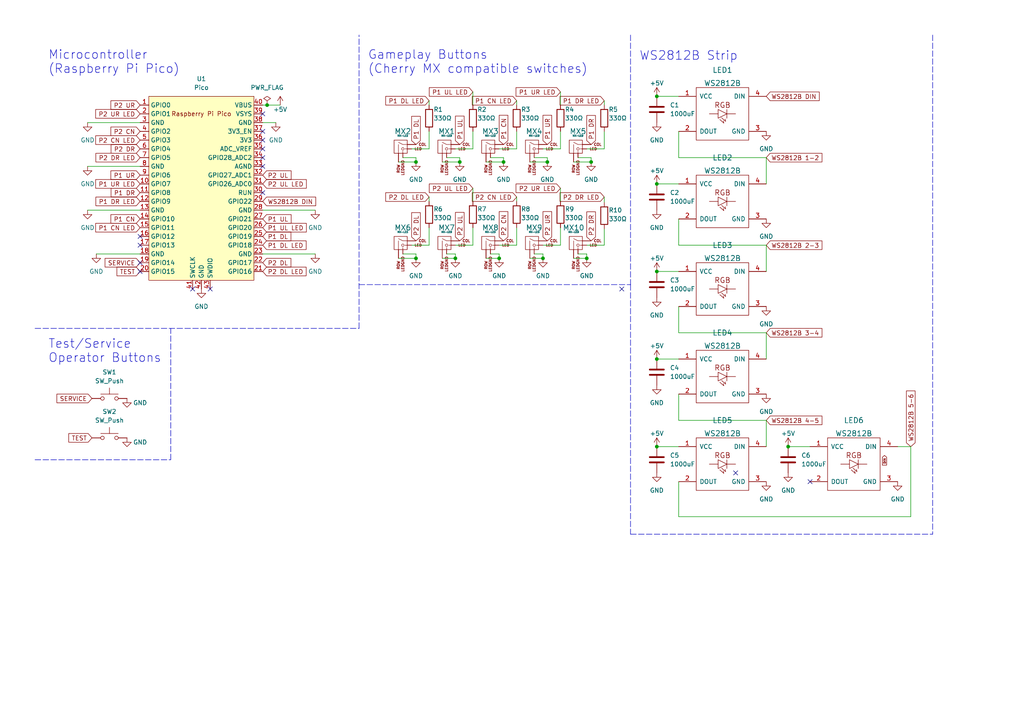
<source format=kicad_sch>
(kicad_sch (version 20211123) (generator eeschema)
  (paper "A4")
  (lib_symbols
    (symbol "Device:C" (pin_numbers hide) (pin_names (offset 0.254))
      (property "Reference" "C" (at 0.635 2.54 0))
      (property "Value" "C" (at 0.635 -2.54 0))
      (symbol "C_0_1"
        (polyline (pts (xy -2.032 -0.762) (xy 2.032 -0.762)) (stroke (width 0.508)))
        (polyline (pts (xy -2.032 0.762) (xy 2.032 0.762)) (stroke (width 0.508)))
      )
      (symbol "C_1_1"
        (pin passive line (at 0 3.81 270) (length 2.794) (name "~") (number "1"))
        (pin passive line (at 0 -3.81 90) (length 2.794) (name "~") (number "2"))
      )
    )
    (symbol "Device:R" (pin_numbers hide) (pin_names (offset 0))
      (property "Reference" "R" (at 2.032 0 90))
      (property "Value" "R" (at 0 0 90))
      (symbol "R_0_1"
        (rectangle (start -1.016 -2.54) (end 1.016 2.54) (stroke (width 0.254)))
      )
      (symbol "R_1_1"
        (pin passive line (at 0 3.81 270) (length 1.27) (name "~") (number "1"))
        (pin passive line (at 0 -3.81 90) (length 1.27) (name "~") (number "2"))
      )
    )
    (symbol "MCU_RaspberryPi_and_Boards:Pico"
      (property "Reference" "U" (at -13.97 27.94 0))
      (property "Value" "Pico" (at 0 19.05 0))
      (symbol "Pico_0_0"
        (text "Raspberry Pi Pico" (at 0 21.59 0) (effects (font (size 1.27 1.27))))
      )
      (symbol "Pico_0_1"
        (rectangle (start -15.24 26.67) (end 15.24 -26.67) (fill (type background)))
      )
      (symbol "Pico_1_1"
        (pin bidirectional line (at -17.78 24.13 0) (length 2.54) (name "GPIO0") (number "1"))
        (pin bidirectional line (at -17.78 1.27 0) (length 2.54) (name "GPIO7") (number "10"))
        (pin bidirectional line (at -17.78 -1.27 0) (length 2.54) (name "GPIO8") (number "11"))
        (pin bidirectional line (at -17.78 -3.81 0) (length 2.54) (name "GPIO9") (number "12"))
        (pin power_in line (at -17.78 -6.35 0) (length 2.54) (name "GND") (number "13"))
        (pin bidirectional line (at -17.78 -8.89 0) (length 2.54) (name "GPIO10") (number "14"))
        (pin bidirectional line (at -17.78 -11.43 0) (length 2.54) (name "GPIO11") (number "15"))
        (pin bidirectional line (at -17.78 -13.97 0) (length 2.54) (name "GPIO12") (number "16"))
        (pin bidirectional line (at -17.78 -16.51 0) (length 2.54) (name "GPIO13") (number "17"))
        (pin power_in line (at -17.78 -19.05 0) (length 2.54) (name "GND") (number "18"))
        (pin bidirectional line (at -17.78 -21.59 0) (length 2.54) (name "GPIO14") (number "19"))
        (pin bidirectional line (at -17.78 21.59 0) (length 2.54) (name "GPIO1") (number "2"))
        (pin bidirectional line (at -17.78 -24.13 0) (length 2.54) (name "GPIO15") (number "20"))
        (pin bidirectional line (at 17.78 -24.13 180) (length 2.54) (name "GPIO16") (number "21"))
        (pin bidirectional line (at 17.78 -21.59 180) (length 2.54) (name "GPIO17") (number "22"))
        (pin power_in line (at 17.78 -19.05 180) (length 2.54) (name "GND") (number "23"))
        (pin bidirectional line (at 17.78 -16.51 180) (length 2.54) (name "GPIO18") (number "24"))
        (pin bidirectional line (at 17.78 -13.97 180) (length 2.54) (name "GPIO19") (number "25"))
        (pin bidirectional line (at 17.78 -11.43 180) (length 2.54) (name "GPIO20") (number "26"))
        (pin bidirectional line (at 17.78 -8.89 180) (length 2.54) (name "GPIO21") (number "27"))
        (pin power_in line (at 17.78 -6.35 180) (length 2.54) (name "GND") (number "28"))
        (pin bidirectional line (at 17.78 -3.81 180) (length 2.54) (name "GPIO22") (number "29"))
        (pin power_in line (at -17.78 19.05 0) (length 2.54) (name "GND") (number "3"))
        (pin input line (at 17.78 -1.27 180) (length 2.54) (name "RUN") (number "30"))
        (pin bidirectional line (at 17.78 1.27 180) (length 2.54) (name "GPIO26_ADC0") (number "31"))
        (pin bidirectional line (at 17.78 3.81 180) (length 2.54) (name "GPIO27_ADC1") (number "32"))
        (pin power_in line (at 17.78 6.35 180) (length 2.54) (name "AGND") (number "33"))
        (pin bidirectional line (at 17.78 8.89 180) (length 2.54) (name "GPIO28_ADC2") (number "34"))
        (pin power_in line (at 17.78 11.43 180) (length 2.54) (name "ADC_VREF") (number "35"))
        (pin power_in line (at 17.78 13.97 180) (length 2.54) (name "3V3") (number "36"))
        (pin input line (at 17.78 16.51 180) (length 2.54) (name "3V3_EN") (number "37"))
        (pin bidirectional line (at 17.78 19.05 180) (length 2.54) (name "GND") (number "38"))
        (pin power_in line (at 17.78 21.59 180) (length 2.54) (name "VSYS") (number "39"))
        (pin bidirectional line (at -17.78 16.51 0) (length 2.54) (name "GPIO2") (number "4"))
        (pin power_in line (at 17.78 24.13 180) (length 2.54) (name "VBUS") (number "40"))
        (pin input line (at -2.54 -29.21 90) (length 2.54) (name "SWCLK") (number "41"))
        (pin power_in line (at 0 -29.21 90) (length 2.54) (name "GND") (number "42"))
        (pin bidirectional line (at 2.54 -29.21 90) (length 2.54) (name "SWDIO") (number "43"))
        (pin bidirectional line (at -17.78 13.97 0) (length 2.54) (name "GPIO3") (number "5"))
        (pin bidirectional line (at -17.78 11.43 0) (length 2.54) (name "GPIO4") (number "6"))
        (pin bidirectional line (at -17.78 8.89 0) (length 2.54) (name "GPIO5") (number "7"))
        (pin power_in line (at -17.78 6.35 0) (length 2.54) (name "GND") (number "8"))
        (pin bidirectional line (at -17.78 3.81 0) (length 2.54) (name "GPIO6") (number "9"))
      )
    )
    (symbol "MX_Alps_Hybrid:MX-LED" (pin_names (offset 1.016))
      (property "Reference" "MX" (at -0.635 3.81 0))
      (property "Value" "MX-LED" (at -0.635 1.27 0))
      (symbol "MX-LED_0_0"
        (rectangle (start -2.54 2.54) (end 1.27 -1.27))
        (polyline (pts (xy -1.27 -1.27) (xy -1.27 1.27)) (stroke (width 0.127)))
        (polyline (pts (xy 0 -1.27) (xy 0 -0.635)) (stroke (width 0.127)))
        (polyline (pts (xy 1.27 0) (xy 0.635 0)) (stroke (width 0.127)))
        (polyline (pts (xy 1.27 1.27) (xy 0 1.27) (xy -1.27 1.905)) (stroke (width 0.127)))
        (circle (center 0 0) (radius 0.3556) (stroke (width 0.127)))
        (text "COL" (at 5.715 1.27 0) (effects (font (size 0.762 0.762))))
        (text "LED" (at 4.445 0 0) (effects (font (size 0.762 0.762))))
        (text "ROW" (at -1.27 -4.445 900) (effects (font (size 0.762 0.762)) (justify right)))
      )
      (symbol "MX-LED_1_0"
        (text "LEDGND" (at 0 -3.175 900) (effects (font (size 0.762 0.762)) (justify right)))
      )
      (symbol "MX-LED_1_1"
        (pin passive line (at 3.81 1.27 180) (length 2.54) (name "COL") (number "1"))
        (pin passive line (at -1.27 -3.81 90) (length 2.54) (name "ROW") (number "2"))
        (pin input line (at 2.54 0 180) (length 1.27) (name "LED") (number "3"))
        (pin passive line (at 0 -2.54 90) (length 1.27) (name "LEDGND") (number "4"))
      )
    )
    (symbol "Switch:SW_Push" (pin_numbers hide) (pin_names (offset 1.016) hide)
      (property "Reference" "SW" (at 1.27 2.54 0))
      (property "Value" "SW_Push" (at 0 -1.524 0))
      (symbol "SW_Push_0_1"
        (circle (center -2.032 0) (radius 0.508))
        (polyline (pts (xy 0 1.27) (xy 0 3.048)))
        (polyline (pts (xy 2.54 1.27) (xy -2.54 1.27)))
        (circle (center 2.032 0) (radius 0.508))
        (pin passive line (at -5.08 0 0) (length 2.54) (name "1") (number "1"))
        (pin passive line (at 5.08 0 180) (length 2.54) (name "2") (number "2"))
      )
    )
    (symbol "power:+5V" (power) (pin_names (offset 0))
      (property "Value" "+5V" (at 0 3.556 0))
      (symbol "+5V_0_1"
        (polyline (pts (xy -0.762 1.27) (xy 0 2.54)))
        (polyline (pts (xy 0 0) (xy 0 2.54)))
        (polyline (pts (xy 0 2.54) (xy 0.762 1.27)))
      )
      (symbol "+5V_1_1"
        (pin power_in line (at 0 0 90) (length 0) hide (name "+5V") (number "1"))
      )
    )
    (symbol "power:GND" (power) (pin_names (offset 0))
      (property "Value" "GND" (at 0 -3.81 0))
      (symbol "GND_0_1"
        (polyline (pts (xy 0 0) (xy 0 -1.27) (xy 1.27 -1.27) (xy 0 -2.54) (xy -1.27 -1.27) (xy 0 -1.27)))
      )
      (symbol "GND_1_1"
        (pin power_in line (at 0 0 270) (length 0) hide (name "GND") (number "1"))
      )
    )
    (symbol "power:PWR_FLAG" (power) (pin_numbers hide) (pin_names (offset 0) hide)
      (property "Value" "PWR_FLAG" (at 0 3.81 0))
      (symbol "PWR_FLAG_0_0"
        (pin power_out line (at 0 0 90) (length 0) (name "pwr") (number "1"))
      )
      (symbol "PWR_FLAG_0_1"
        (polyline (pts (xy 0 0) (xy 0 1.27) (xy -1.016 1.905) (xy 0 2.54) (xy 1.016 1.905) (xy 0 1.27)))
      )
    )
    (symbol "ws2812b:WS2812B" (pin_names (offset 1.016))
      (property "Reference" "LED" (at 0 -10.16 0))
      (property "Value" "WS2812B" (at 0 10.16 0))
      (symbol "WS2812B_0_0"
        (polyline (pts (xy -1.27 0) (xy -3.81 0)))
        (polyline (pts (xy -0.254 -1.143) (xy 0.889 -2.159)))
        (polyline (pts (xy 0.381 -2.667) (xy -0.762 -1.651)))
        (polyline (pts (xy 0.381 -2.667) (xy 0.254 -2.032)))
        (polyline (pts (xy 0.889 -2.159) (xy 0.762 -1.524)))
        (polyline (pts (xy 1.27 0) (xy 3.81 0)))
        (text "RGB" (at 0 2.54 0) (effects (font (size 1.524 1.524))))
      )
      (symbol "WS2812B_0_1"
        (rectangle (start -7.62 7.62) (end 7.62 -7.62))
        (polyline (pts (xy 1.27 0) (xy -1.27 1.27) (xy -1.27 -1.27) (xy 1.27 0) (xy 1.27 0)))
        (rectangle (start 1.27 1.27) (end 1.27 -1.27))
      )
      (symbol "WS2812B_1_1"
        (pin power_in line (at -12.7 5.08 0) (length 5.0038) (name "VCC") (number "1"))
        (pin output line (at -12.7 -5.08 0) (length 5.0038) (name "DOUT") (number "2"))
        (pin power_in line (at 12.7 -5.08 180) (length 5.0038) (name "GND") (number "3"))
        (pin input line (at 12.7 5.08 180) (length 5.0038) (name "DIN") (number "4"))
      )
    )
  )
  (junction (at 144.78 74.93))
  (junction (at 120.65 74.93))
  (junction (at 133.35 46.99))
  (junction (at 146.05 46.99))
  (junction (at 190.5 78.74))
  (junction (at 170.18 74.93))
  (junction (at 171.45 46.99))
  (junction (at 190.5 53.34))
  (junction (at 190.5 27.94))
  (junction (at 157.48 74.93))
  (junction (at 120.65 46.99))
  (junction (at 190.5 129.54))
  (junction (at 77.47 30.48))
  (junction (at 190.5 104.14))
  (junction (at 228.6 129.54))
  (junction (at 158.75 46.99))
  (junction (at 132.08 74.93))
  (no_connect (at 76.2 40.64))
  (no_connect (at 180.34 83.82))
  (no_connect (at 234.95 139.7))
  (no_connect (at 213.36 137.16))
  (no_connect (at 76.2 33.02))
  (no_connect (at 76.2 38.1))
  (no_connect (at 76.2 43.18))
  (no_connect (at 76.2 45.72))
  (no_connect (at 76.2 55.88))
  (no_connect (at 60.96 83.82))
  (no_connect (at 40.64 71.12))
  (no_connect (at 40.64 76.2))
  (no_connect (at 40.64 78.74))
  (no_connect (at 55.88 83.82))
  (no_connect (at 40.64 68.58))
  (no_connect (at 76.2 48.26))
  (wire (pts (xy 137.16 43.18) (xy 137.16 38.1)))
  (wire (pts (xy 162.56 30.48) (xy 162.56 26.67)))
  (wire (pts (xy 175.26 71.12) (xy 175.26 66.352)))
  (wire (pts (xy 175.26 43.18) (xy 175.26 38.1)))
  (wire (pts (xy 228.6 129.54) (xy 234.95 129.54)))
  (wire (pts (xy 124.46 58.42) (xy 124.46 57.15)))
  (wire (pts (xy 196.85 71.12) (xy 222.25 71.12)))
  (wire (pts (xy 25.4 60.96) (xy 40.64 60.96)))
  (wire (pts (xy 157.48 73.66) (xy 157.48 74.93)))
  (wire (pts (xy 124.46 29.21) (xy 124.46 30.48)))
  (wire (pts (xy 190.5 129.54) (xy 196.85 129.54)))
  (wire (pts (xy 128.27 46.99) (xy 133.35 46.99)))
  (wire (pts (xy 142.24 45.72) (xy 146.05 45.72)))
  (polyline (pts (xy 49.53 133.35) (xy 49.53 95.25)))
  (wire (pts (xy 132.08 73.66) (xy 132.08 74.93)))
  (wire (pts (xy 153.67 74.93) (xy 157.48 74.93)))
  (wire (pts (xy 190.5 104.14) (xy 196.85 104.14)))
  (wire (pts (xy 190.5 53.34) (xy 196.85 53.34)))
  (wire (pts (xy 222.25 121.92) (xy 222.25 129.54)))
  (wire (pts (xy 170.18 73.66) (xy 170.18 74.93)))
  (wire (pts (xy 137.16 58.42) (xy 137.16 54.61)))
  (wire (pts (xy 166.37 46.99) (xy 171.45 46.99)))
  (wire (pts (xy 196.85 45.72) (xy 222.25 45.72)))
  (polyline (pts (xy 270.51 10.16) (xy 270.51 154.94)))
  (wire (pts (xy 140.97 46.99) (xy 146.05 46.99)))
  (polyline (pts (xy 104.14 95.25) (xy 104.14 10.16)))
  (wire (pts (xy 119.38 43.18) (xy 124.46 43.18)))
  (polyline (pts (xy 182.88 154.94) (xy 270.51 154.94)))
  (wire (pts (xy 76.2 35.56) (xy 80.01 35.56)))
  (wire (pts (xy 116.84 45.72) (xy 120.65 45.72)))
  (wire (pts (xy 140.97 74.93) (xy 144.78 74.93)))
  (wire (pts (xy 119.38 71.12) (xy 124.46 71.12)))
  (wire (pts (xy 167.64 45.72) (xy 171.45 45.72)))
  (wire (pts (xy 120.65 73.66) (xy 120.65 74.93)))
  (wire (pts (xy 137.16 71.12) (xy 137.16 66.04)))
  (wire (pts (xy 196.85 114.3) (xy 196.85 121.92)))
  (wire (pts (xy 146.05 45.72) (xy 146.05 46.99)))
  (wire (pts (xy 162.56 43.18) (xy 162.56 38.1)))
  (wire (pts (xy 76.2 73.66) (xy 91.44 73.66)))
  (polyline (pts (xy 182.88 10.16) (xy 182.88 82.55)))
  (wire (pts (xy 124.46 43.18) (xy 124.46 38.1)))
  (wire (pts (xy 175.26 30.48) (xy 175.26 29.21)))
  (wire (pts (xy 196.85 38.1) (xy 196.85 45.72)))
  (wire (pts (xy 196.85 121.92) (xy 222.25 121.92)))
  (wire (pts (xy 27.94 73.66) (xy 40.64 73.66)))
  (polyline (pts (xy 182.88 82.55) (xy 182.88 154.94)))
  (wire (pts (xy 144.78 71.12) (xy 149.86 71.12)))
  (wire (pts (xy 133.35 45.72) (xy 133.35 46.99)))
  (wire (pts (xy 196.85 88.9) (xy 196.85 96.52)))
  (wire (pts (xy 77.47 30.48) (xy 81.28 30.48)))
  (wire (pts (xy 196.85 149.86) (xy 264.16 149.86)))
  (wire (pts (xy 149.86 71.12) (xy 149.86 66.04)))
  (wire (pts (xy 154.94 45.72) (xy 158.75 45.72)))
  (wire (pts (xy 120.65 45.72) (xy 120.65 46.99)))
  (wire (pts (xy 170.18 71.12) (xy 175.26 71.12)))
  (wire (pts (xy 264.16 129.54) (xy 260.35 129.54)))
  (wire (pts (xy 115.57 74.93) (xy 120.65 74.93)))
  (wire (pts (xy 167.64 73.66) (xy 170.18 73.66)))
  (wire (pts (xy 190.5 27.94) (xy 196.85 27.94)))
  (wire (pts (xy 128.27 74.93) (xy 132.08 74.93)))
  (wire (pts (xy 132.08 71.12) (xy 137.16 71.12)))
  (wire (pts (xy 170.18 43.18) (xy 175.26 43.18)))
  (wire (pts (xy 222.25 45.72) (xy 222.25 53.34)))
  (wire (pts (xy 154.94 73.66) (xy 157.48 73.66)))
  (wire (pts (xy 158.75 45.72) (xy 158.75 46.99)))
  (wire (pts (xy 264.16 149.86) (xy 264.16 129.54)))
  (polyline (pts (xy 10.16 95.25) (xy 104.14 95.25)))
  (wire (pts (xy 196.85 96.52) (xy 222.25 96.52)))
  (wire (pts (xy 137.16 30.48) (xy 137.16 26.67)))
  (wire (pts (xy 149.86 58.42) (xy 149.86 57.15)))
  (wire (pts (xy 132.08 43.18) (xy 137.16 43.18)))
  (wire (pts (xy 166.37 74.93) (xy 170.18 74.93)))
  (wire (pts (xy 129.54 45.72) (xy 133.35 45.72)))
  (wire (pts (xy 144.78 73.66) (xy 144.78 74.93)))
  (wire (pts (xy 142.24 73.66) (xy 144.78 73.66)))
  (wire (pts (xy 149.86 30.48) (xy 149.86 29.21)))
  (polyline (pts (xy 104.14 82.55) (xy 182.88 82.55)))
  (wire (pts (xy 116.84 73.66) (xy 120.65 73.66)))
  (wire (pts (xy 190.5 78.74) (xy 196.85 78.74)))
  (wire (pts (xy 153.67 46.99) (xy 158.75 46.99)))
  (wire (pts (xy 149.86 43.18) (xy 149.86 38.1)))
  (wire (pts (xy 129.54 73.66) (xy 132.08 73.66)))
  (wire (pts (xy 76.2 60.96) (xy 91.44 60.96)))
  (wire (pts (xy 196.85 139.7) (xy 196.85 149.86)))
  (wire (pts (xy 25.4 48.26) (xy 40.64 48.26)))
  (wire (pts (xy 76.2 30.48) (xy 77.47 30.48)))
  (wire (pts (xy 157.48 71.12) (xy 162.56 71.12)))
  (wire (pts (xy 222.25 96.52) (xy 222.25 104.14)))
  (wire (pts (xy 144.78 43.18) (xy 149.86 43.18)))
  (wire (pts (xy 171.45 45.72) (xy 171.45 46.99)))
  (wire (pts (xy 196.85 63.5) (xy 196.85 71.12)))
  (wire (pts (xy 162.56 71.12) (xy 162.56 66.04)))
  (wire (pts (xy 222.25 71.12) (xy 222.25 78.74)))
  (wire (pts (xy 124.46 71.12) (xy 124.46 66.04)))
  (polyline (pts (xy 10.16 133.35) (xy 49.53 133.35)))
  (wire (pts (xy 162.56 58.42) (xy 162.56 54.61)))
  (wire (pts (xy 157.48 43.18) (xy 162.56 43.18)))
  (wire (pts (xy 115.57 46.99) (xy 120.65 46.99)))
  (wire (pts (xy 175.26 58.732) (xy 175.26 57.15)))
  (wire (pts (xy 25.4 35.56) (xy 40.64 35.56)))
  (text "Gameplay Buttons\n(Cherry MX compatible switches)" (at 106.68 21.59 0) (effects (font (size 2.54 2.54)) (justify left bottom)))
  (text "Microcontroller\n(Raspberry Pi Pico)" (at 13.97 21.59 0) (effects (font (size 2.54 2.54)) (justify left bottom)))
  (text "Test/Service\nOperator Buttons" (at 13.97 105.41 0) (effects (font (size 2.54 2.54)) (justify left bottom)))
  (text "WS2812B Strip" (at 185.42 17.78 0) (effects (font (size 2.54 2.54)) (justify left bottom)))
  (global_label "P1 UL" (shape input) (at 76.2 63.5 0) (property "Intersheet References" "${INTERSHEET_REFS}" (effects hide)))
  (global_label "WS2812B 5-6" (shape input) (at 264.16 129.54 90) (property "Intersheet References" "${INTERSHEET_REFS}" (effects hide)))
  (global_label "P1 UR" (shape input) (at 158.75 41.91 90) (property "Intersheet References" "${INTERSHEET_REFS}" (effects hide)))
  (global_label "WS2812B DIN" (shape input) (at 222.25 27.94 0) (property "Intersheet References" "${INTERSHEET_REFS}" (effects hide)))
  (global_label "P2 DR LED" (shape input) (at 40.64 45.72 180) (property "Intersheet References" "${INTERSHEET_REFS}" (effects hide)))
  (global_label "P1 UL LED" (shape input) (at 137.16 26.67 180) (property "Intersheet References" "${INTERSHEET_REFS}" (effects hide)))
  (global_label "P2 DL" (shape input) (at 120.65 69.85 90) (property "Intersheet References" "${INTERSHEET_REFS}" (effects hide)))
  (global_label "P1 DL LED" (shape input) (at 76.2 71.12 0) (property "Intersheet References" "${INTERSHEET_REFS}" (effects hide)))
  (global_label "P1 UR LED" (shape input) (at 162.56 26.67 180) (property "Intersheet References" "${INTERSHEET_REFS}" (effects hide)))
  (global_label "WS2812B 3-4" (shape input) (at 222.25 96.52 0) (property "Intersheet References" "${INTERSHEET_REFS}" (effects hide)))
  (global_label "P1 CN LED" (shape input) (at 40.64 66.04 180) (property "Intersheet References" "${INTERSHEET_REFS}" (effects hide)))
  (global_label "TEST" (shape input) (at 40.64 78.74 180) (property "Intersheet References" "${INTERSHEET_REFS}" (effects hide)))
  (global_label "P2 UL" (shape input) (at 133.35 69.85 90) (property "Intersheet References" "${INTERSHEET_REFS}" (effects hide)))
  (global_label "P1 CN" (shape input) (at 40.64 63.5 180) (property "Intersheet References" "${INTERSHEET_REFS}" (effects hide)))
  (global_label "P2 UL LED" (shape input) (at 137.16 54.61 180) (property "Intersheet References" "${INTERSHEET_REFS}" (effects hide)))
  (global_label "P2 DR" (shape input) (at 171.45 69.85 90) (property "Intersheet References" "${INTERSHEET_REFS}" (effects hide)))
  (global_label "P1 UL" (shape input) (at 133.35 41.91 90) (property "Intersheet References" "${INTERSHEET_REFS}" (effects hide)))
  (global_label "P2 CN LED" (shape input) (at 149.86 57.15 180) (property "Intersheet References" "${INTERSHEET_REFS}" (effects hide)))
  (global_label "P2 UL LED" (shape input) (at 76.2 53.34 0) (property "Intersheet References" "${INTERSHEET_REFS}" (effects hide)))
  (global_label "P2 DL LED" (shape input) (at 76.2 78.74 0) (property "Intersheet References" "${INTERSHEET_REFS}" (effects hide)))
  (global_label "SERVICE" (shape input) (at 40.64 76.2 180) (property "Intersheet References" "${INTERSHEET_REFS}" (effects hide)))
  (global_label "P2 CN LED" (shape input) (at 40.64 40.64 180) (property "Intersheet References" "${INTERSHEET_REFS}" (effects hide)))
  (global_label "P1 DR" (shape input) (at 171.45 41.91 90) (property "Intersheet References" "${INTERSHEET_REFS}" (effects hide)))
  (global_label "P1 DR" (shape input) (at 40.64 55.88 180) (property "Intersheet References" "${INTERSHEET_REFS}" (effects hide)))
  (global_label "P2 UR" (shape input) (at 158.75 69.85 90) (property "Intersheet References" "${INTERSHEET_REFS}" (effects hide)))
  (global_label "SERVICE" (shape input) (at 26.67 115.57 180) (property "Intersheet References" "${INTERSHEET_REFS}" (effects hide)))
  (global_label "P1 UR" (shape input) (at 40.64 50.8 180) (property "Intersheet References" "${INTERSHEET_REFS}" (effects hide)))
  (global_label "P2 UR LED" (shape input) (at 40.64 33.02 180) (property "Intersheet References" "${INTERSHEET_REFS}" (effects hide)))
  (global_label "WS2812B 4-5" (shape input) (at 222.25 121.92 0) (property "Intersheet References" "${INTERSHEET_REFS}" (effects hide)))
  (global_label "DIN" (shape input) (at 256.54 132.08 270) (effects (font (size 0.635 0.635))) (property "Intersheet References" "${INTERSHEET_REFS}" (effects hide)))
  (global_label "WS2812B 2-3" (shape input) (at 222.25 71.12 0) (property "Intersheet References" "${INTERSHEET_REFS}" (effects hide)))
  (global_label "P1 DL LED" (shape input) (at 124.46 29.21 180) (property "Intersheet References" "${INTERSHEET_REFS}" (effects hide)))
  (global_label "P1 DR LED" (shape input) (at 40.64 58.42 180) (property "Intersheet References" "${INTERSHEET_REFS}" (effects hide)))
  (global_label "P1 CN" (shape input) (at 146.05 41.91 90) (property "Intersheet References" "${INTERSHEET_REFS}" (effects hide)))
  (global_label "P2 DR LED" (shape input) (at 175.26 57.15 180) (property "Intersheet References" "${INTERSHEET_REFS}" (effects hide)))
  (global_label "P2 CN" (shape input) (at 146.05 69.85 90) (property "Intersheet References" "${INTERSHEET_REFS}" (effects hide)))
  (global_label "P2 UR LED" (shape input) (at 162.56 54.61 180) (property "Intersheet References" "${INTERSHEET_REFS}" (effects hide)))
  (global_label "P2 DL LED" (shape input) (at 124.46 57.15 180) (property "Intersheet References" "${INTERSHEET_REFS}" (effects hide)))
  (global_label "P1 DL" (shape input) (at 120.65 41.91 90) (property "Intersheet References" "${INTERSHEET_REFS}" (effects hide)))
  (global_label "P2 UL" (shape input) (at 76.2 50.8 0) (property "Intersheet References" "${INTERSHEET_REFS}" (effects hide)))
  (global_label "WS2812B DIN" (shape input) (at 76.2 58.42 0) (property "Intersheet References" "${INTERSHEET_REFS}" (effects hide)))
  (global_label "P1 UL LED" (shape input) (at 76.2 66.04 0) (property "Intersheet References" "${INTERSHEET_REFS}" (effects hide)))
  (global_label "P2 DL" (shape input) (at 76.2 76.2 0) (property "Intersheet References" "${INTERSHEET_REFS}" (effects hide)))
  (global_label "P1 DL" (shape input) (at 76.2 68.58 0) (property "Intersheet References" "${INTERSHEET_REFS}" (effects hide)))
  (global_label "TEST" (shape input) (at 26.67 127 180) (property "Intersheet References" "${INTERSHEET_REFS}" (effects hide)))
  (global_label "WS2812B 1-2" (shape input) (at 222.25 45.72 0) (property "Intersheet References" "${INTERSHEET_REFS}" (effects hide)))
  (global_label "P2 DR" (shape input) (at 40.64 43.18 180) (property "Intersheet References" "${INTERSHEET_REFS}" (effects hide)))
  (global_label "P1 CN LED" (shape input) (at 149.86 29.21 180) (property "Intersheet References" "${INTERSHEET_REFS}" (effects hide)))
  (global_label "P2 UR" (shape input) (at 40.64 30.48 180) (property "Intersheet References" "${INTERSHEET_REFS}" (effects hide)))
  (global_label "P1 DR LED" (shape input) (at 175.26 29.21 180) (property "Intersheet References" "${INTERSHEET_REFS}" (effects hide)))
  (global_label "P1 UR LED" (shape input) (at 40.64 53.34 180) (property "Intersheet References" "${INTERSHEET_REFS}" (effects hide)))
  (global_label "P2 CN" (shape input) (at 40.64 38.1 180) (property "Intersheet References" "${INTERSHEET_REFS}" (effects hide)))
  (symbol (lib_id "Device:C") (at 190.5 31.75 0) (unit 1)
    (property "Reference" "C1" (at 194.31 30.4799 0) (effects (justify left)))
    (property "Value" "1000uF" (at 194.31 33.0199 0) (effects (justify left)))
    (property "Footprint" "Capacitor_SMD:C_0805_2012Metric_Pad1.18x1.45mm_HandSolder" (effects hide))
  )
  (symbol (lib_id "Switch:SW_Push") (at 31.75 115.57 0) (unit 1)
    (property "Reference" "SW1" (at 31.75 107.95 0))
    (property "Value" "SW_Push" (at 31.75 110.49 0))
    (property "Footprint" "Button_Switch_THT:SW_PUSH_6mm" (effects hide))
  )
  (symbol (lib_id "power:GND") (at 27.94 73.66 0) (unit 1)
    (property "Reference" "#PWR0108" (effects hide))
    (property "Value" "GND" (at 27.94 78.74 0))
  )
  (symbol (lib_id "MX_Alps_Hybrid:MX-LED") (at 142.24 43.18 0) (unit 1)
    (property "Reference" "MX3" (at 142.24 38.1 0) (effects (font (size 1.524 1.524))))
    (property "Value" "MX-LED" (at 142.24 39.37 0) (effects (font (size 0.508 0.508))))
    (property "Footprint" "MX_Only:MXOnly-1U" (effects hide))
  )
  (symbol (lib_id "power:GND") (at 133.35 46.99 0) (unit 1)
    (property "Reference" "#PWR0114" (effects hide))
    (property "Value" "GND" (at 133.35 52.07 0))
  )
  (symbol (lib_id "power:+5V") (at 190.5 78.74 0) (unit 1)
    (property "Reference" "#PWR0129" (effects hide))
    (property "Value" "+5V" (at 190.5 74.93 0))
  )
  (symbol (lib_id "power:GND") (at 260.35 139.7 0) (unit 1)
    (property "Reference" "#PWR0137" (effects hide))
    (property "Value" "GND" (at 260.35 144.78 0))
  )
  (symbol (lib_id "power:GND") (at 190.5 137.16 0) (unit 1)
    (property "Reference" "#PWR0130" (effects hide))
    (property "Value" "GND" (at 190.5 142.24 0))
  )
  (symbol (lib_id "power:GND") (at 190.5 35.56 0) (unit 1)
    (property "Reference" "#PWR0112" (effects hide))
    (property "Value" "GND" (at 190.5 40.64 0))
  )
  (symbol (lib_id "Device:R") (at 175.26 34.29 0) (unit 1)
    (property "Reference" "R5" (at 176.53 31.75 0) (effects (justify left)))
    (property "Value" "330Ω" (at 176.53 34.29 0) (effects (justify left)))
    (property "Footprint" "Resistor_SMD:R_0805_2012Metric_Pad1.20x1.40mm_HandSolder" (effects hide))
  )
  (symbol (lib_id "Device:R") (at 124.46 62.23 0) (unit 1)
    (property "Reference" "R6" (at 125.73 60.648 0) (effects (justify left)))
    (property "Value" "330Ω" (at 125.73 63.188 0) (effects (justify left)))
    (property "Footprint" "Resistor_SMD:R_0805_2012Metric_Pad1.20x1.40mm_HandSolder" (effects hide))
  )
  (symbol (lib_id "power:GND") (at 171.45 46.99 0) (unit 1)
    (property "Reference" "#PWR0117" (effects hide))
    (property "Value" "GND" (at 171.45 52.07 0))
  )
  (symbol (lib_id "MX_Alps_Hybrid:MX-LED") (at 129.54 71.12 0) (unit 1)
    (property "Reference" "MX7" (at 129.54 66.04 0) (effects (font (size 1.524 1.524))))
    (property "Value" "MX-LED" (at 129.54 67.31 0) (effects (font (size 0.508 0.508))))
    (property "Footprint" "MX_Only:MXOnly-1U" (effects hide))
  )
  (symbol (lib_id "ws2812b:WS2812B") (at 209.55 33.02 0) (unit 1)
    (property "Reference" "LED1" (at 209.55 20.32 0) (effects (font (size 1.524 1.524))))
    (property "Value" "WS2812B" (at 209.55 24.13 0) (effects (font (size 1.524 1.524))))
    (property "Footprint" "LED_SMD:LED_WS2812B_PLCC4_5.0x5.0mm_P3.2mm" (effects hide))
  )
  (symbol (lib_id "ws2812b:WS2812B") (at 209.55 109.22 0) (unit 1)
    (property "Reference" "LED4" (at 209.55 96.52 0) (effects (font (size 1.524 1.524))))
    (property "Value" "WS2812B" (at 209.55 100.33 0) (effects (font (size 1.524 1.524))))
    (property "Footprint" "LED_SMD:LED_WS2812B_PLCC4_5.0x5.0mm_P3.2mm" (effects hide))
  )
  (symbol (lib_id "ws2812b:WS2812B") (at 209.55 134.62 0) (unit 1)
    (property "Reference" "LED5" (at 209.55 121.92 0) (effects (font (size 1.524 1.524))))
    (property "Value" "WS2812B" (at 209.55 125.73 0) (effects (font (size 1.524 1.524))))
    (property "Footprint" "LED_SMD:LED_WS2812B_PLCC4_5.0x5.0mm_P3.2mm" (effects hide))
  )
  (symbol (lib_id "power:GND") (at 144.78 74.93 0) (unit 1)
    (property "Reference" "#PWR0118" (effects hide))
    (property "Value" "GND" (at 144.78 80.01 0))
  )
  (symbol (lib_id "power:+5V") (at 190.5 27.94 0) (unit 1)
    (property "Reference" "#PWR0125" (effects hide))
    (property "Value" "+5V" (at 190.5 24.13 0))
  )
  (symbol (lib_id "Device:C") (at 190.5 82.55 0) (unit 1)
    (property "Reference" "C3" (at 194.31 81.2799 0) (effects (justify left)))
    (property "Value" "1000uF" (at 194.31 83.8199 0) (effects (justify left)))
    (property "Footprint" "Capacitor_SMD:C_0805_2012Metric_Pad1.18x1.45mm_HandSolder" (effects hide))
  )
  (symbol (lib_id "power:PWR_FLAG") (at 77.47 30.48 0) (unit 1)
    (property "Reference" "#FLG0101" (effects hide))
    (property "Value" "PWR_FLAG" (at 77.47 25.4 0))
  )
  (symbol (lib_id "power:GND") (at 80.01 35.56 0) (unit 1)
    (property "Reference" "#PWR0102" (effects hide))
    (property "Value" "GND" (at 80.01 40.64 0))
  )
  (symbol (lib_id "power:GND") (at 190.5 86.36 0) (unit 1)
    (property "Reference" "#PWR0134" (effects hide))
    (property "Value" "GND" (at 190.5 91.44 0))
  )
  (symbol (lib_id "Device:R") (at 175.26 62.542 0) (unit 1)
    (property "Reference" "R10" (at 176.53 60.96 0) (effects (justify left)))
    (property "Value" "330Ω" (at 176.53 63.5 0) (effects (justify left)))
    (property "Footprint" "Resistor_SMD:R_0805_2012Metric_Pad1.20x1.40mm_HandSolder" (effects hide))
  )
  (symbol (lib_id "Switch:SW_Push") (at 31.75 127 0) (unit 1)
    (property "Reference" "SW2" (at 31.75 119.38 0))
    (property "Value" "SW_Push" (at 31.75 121.92 0))
    (property "Footprint" "Button_Switch_THT:SW_PUSH_6mm" (effects hide))
  )
  (symbol (lib_id "MCU_RaspberryPi_and_Boards:Pico") (at 58.42 54.61 0) (unit 1)
    (property "Reference" "U1" (at 58.42 22.86 0))
    (property "Value" "Pico" (at 58.42 25.4 0))
    (property "Footprint" "MCU_RaspberryPi_and_Boards:RPi_Pico_SMD_TH" (effects hide))
  )
  (symbol (lib_id "MX_Alps_Hybrid:MX-LED") (at 154.94 71.12 0) (unit 1)
    (property "Reference" "MX9" (at 154.94 66.04 0) (effects (font (size 1.524 1.524))))
    (property "Value" "MX-LED" (at 154.94 67.31 0) (effects (font (size 0.508 0.508))))
    (property "Footprint" "MX_Only:MXOnly-1U" (effects hide))
  )
  (symbol (lib_id "power:GND") (at 190.5 60.96 0) (unit 1)
    (property "Reference" "#PWR0123" (effects hide))
    (property "Value" "GND" (at 190.5 66.04 0))
  )
  (symbol (lib_id "power:GND") (at 170.18 74.93 0) (unit 1)
    (property "Reference" "#PWR0119" (effects hide))
    (property "Value" "GND" (at 170.18 80.01 0))
  )
  (symbol (lib_id "Device:C") (at 190.5 133.35 0) (unit 1)
    (property "Reference" "C5" (at 194.31 132.0799 0) (effects (justify left)))
    (property "Value" "1000uF" (at 194.31 134.6199 0) (effects (justify left)))
    (property "Footprint" "Capacitor_SMD:C_0805_2012Metric_Pad1.18x1.45mm_HandSolder" (effects hide))
  )
  (symbol (lib_id "power:GND") (at 146.05 46.99 0) (unit 1)
    (property "Reference" "#PWR0116" (effects hide))
    (property "Value" "GND" (at 146.05 52.07 0))
  )
  (symbol (lib_id "MX_Alps_Hybrid:MX-LED") (at 167.64 43.18 0) (unit 1)
    (property "Reference" "MX5" (at 167.64 38.1 0) (effects (font (size 1.524 1.524))))
    (property "Value" "MX-LED" (at 167.64 39.37 0) (effects (font (size 0.508 0.508))))
    (property "Footprint" "MX_Only:MXOnly-1U" (effects hide))
  )
  (symbol (lib_id "power:+5V") (at 228.6 129.54 0) (unit 1)
    (property "Reference" "#PWR0136" (effects hide))
    (property "Value" "+5V" (at 228.6 125.73 0))
  )
  (symbol (lib_id "power:GND") (at 91.44 73.66 0) (unit 1)
    (property "Reference" "#PWR0105" (effects hide))
    (property "Value" "GND" (at 91.44 78.74 0))
  )
  (symbol (lib_id "Device:R") (at 162.56 34.29 0) (unit 1)
    (property "Reference" "R4" (at 163.83 31.75 0) (effects (justify left)))
    (property "Value" "330Ω" (at 163.83 34.29 0) (effects (justify left)))
    (property "Footprint" "Resistor_SMD:R_0805_2012Metric_Pad1.20x1.40mm_HandSolder" (effects hide))
  )
  (symbol (lib_id "power:+5V") (at 190.5 53.34 0) (unit 1)
    (property "Reference" "#PWR0124" (effects hide))
    (property "Value" "+5V" (at 190.5 49.53 0))
  )
  (symbol (lib_id "power:GND") (at 158.75 46.99 0) (unit 1)
    (property "Reference" "#PWR0120" (effects hide))
    (property "Value" "GND" (at 158.75 52.07 0))
  )
  (symbol (lib_id "power:GND") (at 25.4 48.26 0) (unit 1)
    (property "Reference" "#PWR0109" (effects hide))
    (property "Value" "GND" (at 25.4 53.34 0))
  )
  (symbol (lib_id "ws2812b:WS2812B") (at 209.55 83.82 0) (unit 1)
    (property "Reference" "LED3" (at 209.55 71.12 0) (effects (font (size 1.524 1.524))))
    (property "Value" "WS2812B" (at 209.55 74.93 0) (effects (font (size 1.524 1.524))))
    (property "Footprint" "LED_SMD:LED_WS2812B_PLCC4_5.0x5.0mm_P3.2mm" (effects hide))
  )
  (symbol (lib_id "power:GND") (at 222.25 63.5 0) (unit 1)
    (property "Reference" "#PWR0113" (effects hide))
    (property "Value" "GND" (at 222.25 68.58 0))
  )
  (symbol (lib_id "Device:R") (at 137.16 62.23 0) (unit 1)
    (property "Reference" "R7" (at 138.43 60.648 0) (effects (justify left)))
    (property "Value" "330Ω" (at 138.43 63.188 0) (effects (justify left)))
    (property "Footprint" "Resistor_SMD:R_0805_2012Metric_Pad1.20x1.40mm_HandSolder" (effects hide))
  )
  (symbol (lib_id "Device:R") (at 162.56 62.23 0) (unit 1)
    (property "Reference" "R9" (at 163.83 60.648 0) (effects (justify left)))
    (property "Value" "330Ω" (at 163.83 63.188 0) (effects (justify left)))
    (property "Footprint" "Resistor_SMD:R_0805_2012Metric_Pad1.20x1.40mm_HandSolder" (effects hide))
  )
  (symbol (lib_id "power:GND") (at 25.4 35.56 0) (unit 1)
    (property "Reference" "#PWR0111" (effects hide))
    (property "Value" "GND" (at 25.4 40.64 0))
  )
  (symbol (lib_id "Device:C") (at 190.5 107.95 0) (unit 1)
    (property "Reference" "C4" (at 194.31 106.6799 0) (effects (justify left)))
    (property "Value" "1000uF" (at 194.31 109.2199 0) (effects (justify left)))
    (property "Footprint" "Capacitor_SMD:C_0805_2012Metric_Pad1.18x1.45mm_HandSolder" (effects hide))
  )
  (symbol (lib_id "MX_Alps_Hybrid:MX-LED") (at 129.54 43.18 0) (unit 1)
    (property "Reference" "MX1" (at 129.54 38.1 0) (effects (font (size 1.524 1.524))))
    (property "Value" "MX-LED" (at 129.54 39.37 0) (effects (font (size 0.508 0.508))))
    (property "Footprint" "MX_Only:MXOnly-1U" (effects hide))
  )
  (symbol (lib_id "MX_Alps_Hybrid:MX-LED") (at 154.94 43.18 0) (unit 1)
    (property "Reference" "MX4" (at 154.94 38.1 0) (effects (font (size 1.524 1.524))))
    (property "Value" "MX-LED" (at 154.94 39.37 0) (effects (font (size 0.508 0.508))))
    (property "Footprint" "MX_Only:MXOnly-1U" (effects hide))
  )
  (symbol (lib_id "power:GND") (at 91.44 60.96 0) (unit 1)
    (property "Reference" "#PWR0106" (effects hide))
    (property "Value" "GND" (at 91.44 66.04 0))
  )
  (symbol (lib_id "power:GND") (at 228.6 137.16 0) (unit 1)
    (property "Reference" "#PWR0135" (effects hide))
    (property "Value" "GND" (at 228.6 142.24 0))
  )
  (symbol (lib_id "MX_Alps_Hybrid:MX-LED") (at 116.84 71.12 0) (unit 1)
    (property "Reference" "MX6" (at 116.84 66.04 0) (effects (font (size 1.524 1.524))))
    (property "Value" "MX-LED" (at 116.84 67.31 0) (effects (font (size 0.508 0.508))))
    (property "Footprint" "MX_Only:MXOnly-1U" (effects hide))
  )
  (symbol (lib_id "Device:C") (at 228.6 133.35 0) (unit 1)
    (property "Reference" "C6" (at 232.41 132.0799 0) (effects (justify left)))
    (property "Value" "1000uF" (at 232.41 134.6199 0) (effects (justify left)))
    (property "Footprint" "Capacitor_SMD:C_0805_2012Metric_Pad1.18x1.45mm_HandSolder" (effects hide))
  )
  (symbol (lib_id "power:GND") (at 222.25 139.7 0) (unit 1)
    (property "Reference" "#PWR0131" (effects hide))
    (property "Value" "GND" (at 222.25 144.78 0))
  )
  (symbol (lib_id "power:+5V") (at 81.28 30.48 0) (unit 1)
    (property "Reference" "#PWR0103" (effects hide))
    (property "Value" "+5V" (at 81.28 31.75 0))
  )
  (symbol (lib_id "MX_Alps_Hybrid:MX-LED") (at 116.84 43.18 0) (unit 1)
    (property "Reference" "MX2" (at 116.84 38.1 0) (effects (font (size 1.524 1.524))))
    (property "Value" "MX-LED" (at 116.84 39.37 0) (effects (font (size 0.508 0.508))))
    (property "Footprint" "MX_Only:MXOnly-1U" (effects hide))
  )
  (symbol (lib_id "power:GND") (at 120.65 74.93 0) (unit 1)
    (property "Reference" "#PWR0107" (effects hide))
    (property "Value" "GND" (at 120.65 80.01 0))
  )
  (symbol (lib_id "power:GND") (at 25.4 60.96 0) (unit 1)
    (property "Reference" "#PWR0110" (effects hide))
    (property "Value" "GND" (at 25.4 66.04 0))
  )
  (symbol (lib_id "Device:R") (at 124.46 34.29 0) (unit 1)
    (property "Reference" "R1" (at 125.73 31.75 0) (effects (justify left)))
    (property "Value" "330Ω" (at 125.73 34.29 0) (effects (justify left)))
    (property "Footprint" "Resistor_SMD:R_0805_2012Metric_Pad1.20x1.40mm_HandSolder" (effects hide))
  )
  (symbol (lib_id "power:GND") (at 132.08 74.93 0) (unit 1)
    (property "Reference" "#PWR0115" (effects hide))
    (property "Value" "GND" (at 132.08 80.01 0))
  )
  (symbol (lib_id "ws2812b:WS2812B") (at 209.55 58.42 0) (unit 1)
    (property "Reference" "LED2" (at 209.55 45.72 0) (effects (font (size 1.524 1.524))))
    (property "Value" "WS2812B" (at 209.55 49.53 0) (effects (font (size 1.524 1.524))))
    (property "Footprint" "LED_SMD:LED_WS2812B_PLCC4_5.0x5.0mm_P3.2mm" (effects hide))
  )
  (symbol (lib_id "Device:C") (at 190.5 57.15 0) (unit 1)
    (property "Reference" "C2" (at 194.31 55.8799 0) (effects (justify left)))
    (property "Value" "1000uF" (at 194.31 58.4199 0) (effects (justify left)))
    (property "Footprint" "Capacitor_SMD:C_0805_2012Metric_Pad1.18x1.45mm_HandSolder" (effects hide))
  )
  (symbol (lib_id "ws2812b:WS2812B") (at 247.65 134.62 0) (unit 1)
    (property "Reference" "LED6" (at 247.65 121.92 0) (effects (font (size 1.524 1.524))))
    (property "Value" "WS2812B" (at 247.65 125.73 0) (effects (font (size 1.524 1.524))))
    (property "Footprint" "LED_SMD:LED_WS2812B_PLCC4_5.0x5.0mm_P3.2mm" (effects hide))
  )
  (symbol (lib_id "power:GND") (at 36.83 115.57 0) (unit 1)
    (property "Reference" "#PWR01" (effects hide))
    (property "Value" "GND" (at 40.64 116.84 0))
  )
  (symbol (lib_id "Device:R") (at 137.16 34.29 0) (unit 1)
    (property "Reference" "R2" (at 138.43 31.75 0) (effects (justify left)))
    (property "Value" "330Ω" (at 138.43 34.29 0) (effects (justify left)))
    (property "Footprint" "Resistor_SMD:R_0805_2012Metric_Pad1.20x1.40mm_HandSolder" (effects hide))
  )
  (symbol (lib_id "power:+5V") (at 190.5 129.54 0) (unit 1)
    (property "Reference" "#PWR0128" (effects hide))
    (property "Value" "+5V" (at 190.5 125.73 0))
  )
  (symbol (lib_id "MX_Alps_Hybrid:MX-LED") (at 167.64 71.12 0) (unit 1)
    (property "Reference" "MX10" (at 166.37 66.04 0) (effects (font (size 1.524 1.524))))
    (property "Value" "MX-LED" (at 166.37 67.31 0) (effects (font (size 0.508 0.508))))
    (property "Footprint" "MX_Only:MXOnly-1U" (effects hide))
  )
  (symbol (lib_id "power:GND") (at 157.48 74.93 0) (unit 1)
    (property "Reference" "#PWR0121" (effects hide))
    (property "Value" "GND" (at 157.48 80.01 0))
  )
  (symbol (lib_id "power:GND") (at 222.25 88.9 0) (unit 1)
    (property "Reference" "#PWR0132" (effects hide))
    (property "Value" "GND" (at 222.25 93.98 0))
  )
  (symbol (lib_id "power:+5V") (at 190.5 104.14 0) (unit 1)
    (property "Reference" "#PWR0127" (effects hide))
    (property "Value" "+5V" (at 190.5 100.33 0))
  )
  (symbol (lib_id "power:GND") (at 222.25 38.1 0) (unit 1)
    (property "Reference" "#PWR0122" (effects hide))
    (property "Value" "GND" (at 222.25 43.18 0))
  )
  (symbol (lib_id "Device:R") (at 149.86 34.29 0) (unit 1)
    (property "Reference" "R3" (at 151.13 31.75 0) (effects (justify left)))
    (property "Value" "330Ω" (at 151.13 34.29 0) (effects (justify left)))
    (property "Footprint" "Resistor_SMD:R_0805_2012Metric_Pad1.20x1.40mm_HandSolder" (effects hide))
  )
  (symbol (lib_id "power:GND") (at 190.5 111.76 0) (unit 1)
    (property "Reference" "#PWR0126" (effects hide))
    (property "Value" "GND" (at 190.5 116.84 0))
  )
  (symbol (lib_id "Device:R") (at 149.86 62.23 0) (unit 1)
    (property "Reference" "R8" (at 151.13 60.648 0) (effects (justify left)))
    (property "Value" "330Ω" (at 151.13 63.188 0) (effects (justify left)))
    (property "Footprint" "Resistor_SMD:R_0805_2012Metric_Pad1.20x1.40mm_HandSolder" (effects hide))
  )
  (symbol (lib_id "MX_Alps_Hybrid:MX-LED") (at 142.24 71.12 0) (unit 1)
    (property "Reference" "MX8" (at 142.24 66.04 0) (effects (font (size 1.524 1.524))))
    (property "Value" "MX-LED" (at 142.24 67.31 0) (effects (font (size 0.508 0.508))))
    (property "Footprint" "MX_Only:MXOnly-1U" (effects hide))
  )
  (symbol (lib_id "power:GND") (at 36.83 127 0) (unit 1)
    (property "Reference" "#PWR02" (effects hide))
    (property "Value" "GND" (at 40.64 128.27 0))
  )
  (symbol (lib_id "power:GND") (at 120.65 46.99 0) (unit 1)
    (property "Reference" "#PWR0104" (effects hide))
    (property "Value" "GND" (at 120.65 52.07 0))
  )
  (symbol (lib_id "power:GND") (at 222.25 114.3 0) (unit 1)
    (property "Reference" "#PWR0133" (effects hide))
    (property "Value" "GND" (at 222.25 119.38 0))
  )
  (symbol (lib_id "power:GND") (at 58.42 83.82 0) (unit 1)
    (property "Reference" "#PWR0101" (effects hide))
    (property "Value" "GND" (at 58.42 88.9 0))
  )
)
</source>
